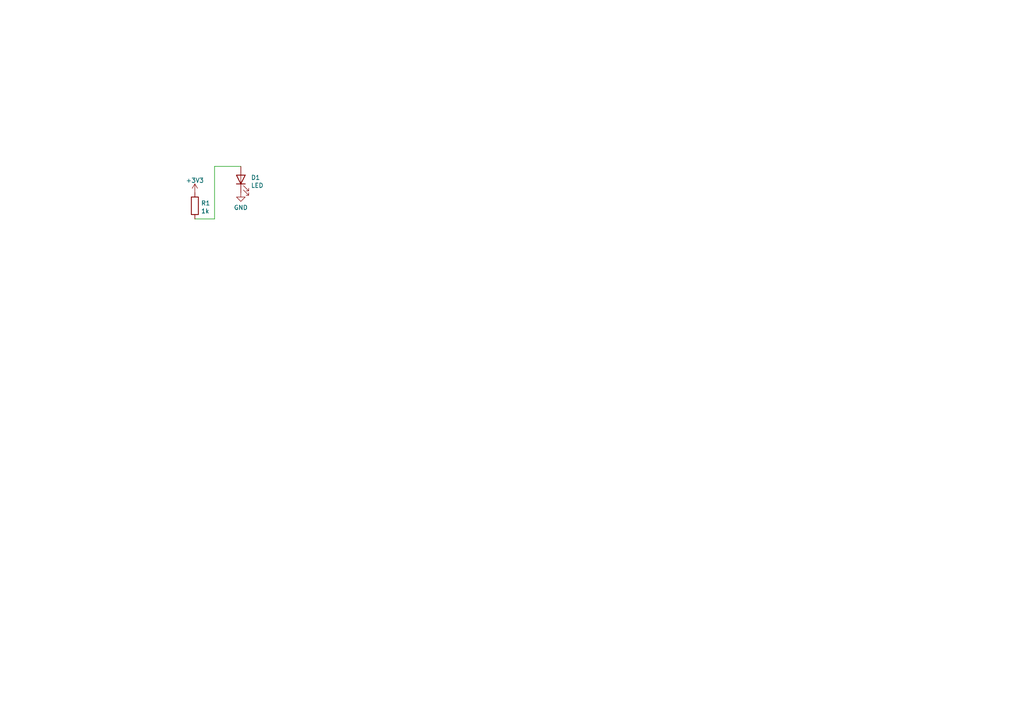
<source format=kicad_sch>
(kicad_sch (version 20210406) (generator eeschema)
  (paper "A4")
  (lib_symbols
    (symbol "Device:LED" (pin_numbers hide) (pin_names (offset 1.016) hide)
      (property "Reference" "D" (at 0 2.54 0))
      (property "Value" "LED" (at 0 -2.54 0))
      (symbol "LED_0_1"
        (polyline (pts (xy -1.27 -1.27) (xy -1.27 1.27)) (stroke (width 0.254)))
        (polyline (pts (xy -1.27 0) (xy 1.27 0)))
        (polyline (pts (xy 1.27 -1.27) (xy 1.27 1.27) (xy -1.27 0) (xy 1.27 -1.27)) (stroke (width 0.254)))
        (polyline (pts (xy -3.048 -0.762) (xy -4.572 -2.286) (xy -3.81 -2.286) (xy -4.572 -2.286) (xy -4.572 -1.524)))
        (polyline (pts (xy -1.778 -0.762) (xy -3.302 -2.286) (xy -2.54 -2.286) (xy -3.302 -2.286) (xy -3.302 -1.524)))
      )
      (symbol "LED_1_1"
        (pin passive line (at -3.81 0 0) (length 2.54) (name "K") (number "1"))
        (pin passive line (at 3.81 0 180) (length 2.54) (name "A") (number "2"))
      )
    )
    (symbol "Device:R" (pin_numbers hide) (pin_names (offset 0))
      (property "Reference" "R" (at 2.032 0 90))
      (property "Value" "R" (at 0 0 90))
      (symbol "R_0_1"
        (rectangle (start -1.016 -2.54) (end 1.016 2.54) (stroke (width 0.254)))
      )
      (symbol "R_1_1"
        (pin passive line (at 0 3.81 270) (length 1.27) (name "~") (number "1"))
        (pin passive line (at 0 -3.81 90) (length 1.27) (name "~") (number "2"))
      )
    )
    (symbol "power:+3V3" (power) (pin_names (offset 0))
      (property "Value" "+3V3" (at 0 3.556 0))
      (symbol "+3V3_0_1"
        (polyline (pts (xy -0.762 1.27) (xy 0 2.54)))
        (polyline (pts (xy 0 0) (xy 0 2.54)))
        (polyline (pts (xy 0 2.54) (xy 0.762 1.27)))
      )
      (symbol "+3V3_1_1"
        (pin power_in line (at 0 0 90) (length 0) hide (name "+3V3") (number "1"))
      )
    )
    (symbol "power:GND" (power) (pin_names (offset 0))
      (property "Value" "GND" (at 0 -3.81 0))
      (symbol "GND_0_1"
        (polyline (pts (xy 0 0) (xy 0 -1.27) (xy 1.27 -1.27) (xy 0 -2.54) (xy -1.27 -1.27) (xy 0 -1.27)))
      )
      (symbol "GND_1_1"
        (pin power_in line (at 0 0 270) (length 0) hide (name "GND") (number "1"))
      )
    )
  )
  (wire (pts (xy 56.515 63.5) (xy 62.23 63.5)))
  (wire (pts (xy 62.23 48.26) (xy 69.85 48.26)))
  (wire (pts (xy 62.23 63.5) (xy 62.23 48.26)))
  (symbol (lib_id "power:+3V3") (at 56.515 55.88 0) (unit 1)
    (property "Reference" "#PWR01" (effects hide))
    (property "Value" "+3V3" (at 56.515 52.3326 0))
  )
  (symbol (lib_id "power:GND") (at 69.85 55.88 0) (unit 1)
    (property "Reference" "#PWR02" (effects hide))
    (property "Value" "GND" (at 69.85 60.2044 0))
  )
  (symbol (lib_id "Device:R") (at 56.515 59.69 0) (unit 1)
    (property "Reference" "R1" (at 58.2931 58.9291 0) (effects (justify left)))
    (property "Value" "1k" (at 58.2931 61.2278 0) (effects (justify left)))
  )
  (symbol (lib_id "Device:LED") (at 69.85 52.07 90) (unit 1)
    (property "Reference" "D1" (at 72.7711 51.4996 90) (effects (justify right)))
    (property "Value" "LED" (at 72.7711 53.7983 90) (effects (justify right)))
  )
)
</source>
